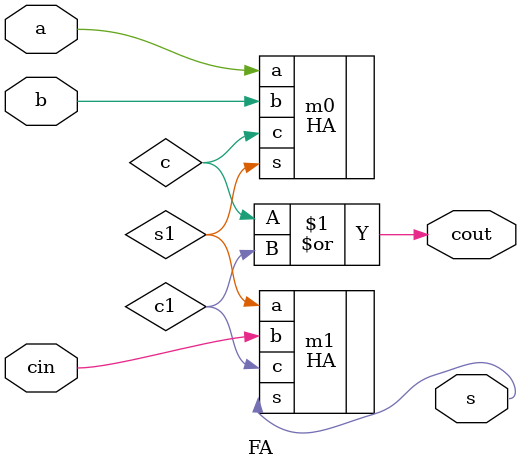
<source format=v>
`timescale 1ns / 1ps


module FA(a,b,cin,s,cout);
input a,b,cin;
output s,cout;
wire s1,c,c1;
HA m0(.a(a),.b(b),.s(s1),.c(c));
HA m1(.a(s1),.b(cin),.s(s),.c(c1));
assign cout=c|c1;

endmodule

</source>
